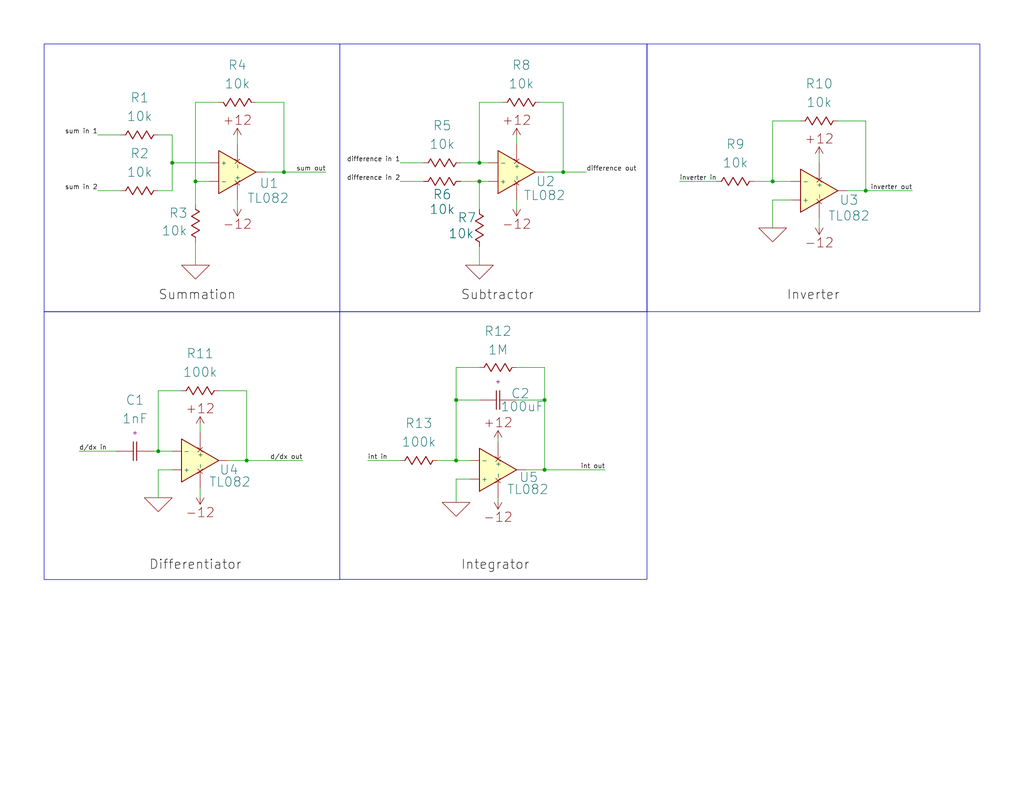
<source format=kicad_sch>
(kicad_sch (version 20250114) (generator "eeschema") (generator_version "9.0")
  (paper "USLetter")
  (title_block (title "Analog Computer v1 Modules"))
  (lib_symbols
    (symbol "PCM_Generic:C,IEC" (pin_numbers (hide yes)) (pin_names (offset 0) (hide yes))
      (property "Reference" "C" (at 2.54 2.54 0))
      (property "Value" "C,IEC" (at 2.54 -2.54 0))
      (property "Indicator" "+" (at -2.54 2.54 0))
      (symbol "C,IEC_1_1"
        (polyline (pts (xy -2.54 0.4572) (xy 2.54 0.4572)) (stroke (width 0.254)))
        (polyline (pts (xy -2.54 -0.4572) (xy 2.54 -0.4572)) (stroke (width 0.254)))
        (pin passive line (at 0 5.08 270) (length 4.6228) (name "+") (number "1"))
        (pin passive line (at 0 -5.08 90) (length 4.6228) (name "-") (number "2"))
      )
    )
    (symbol "PCM_Generic:P,+12" (power) (pin_numbers (hide yes)) (pin_names (offset 1.27) (hide yes))
      (symbol "P,+12_1_1"
        (polyline (pts (xy -1.0668 0) (xy 0 1.8288) (xy 1.0668 0)))
        (polyline (pts (xy 0 0) (xy 0 1.8288)))
        (text "+12" (at 0 2.54 0) (effects (font (size 2.54 2.54)) (justify bottom)))
        (pin power_in line (at 0 0 0) (length 0) (hide yes) (name "+10") (number "0"))
      )
    )
    (symbol "PCM_Generic:P,-12" (power) (pin_numbers (hide yes)) (pin_names (offset 1.27) (hide yes))
      (symbol "P,-12_1_1"
        (polyline (pts (xy -1.0668 0) (xy 0 -1.8288) (xy 1.0668 0)))
        (polyline (pts (xy 0 0) (xy 0 -1.8288)))
        (text "-12" (at 0 -2.54 0) (effects (font (size 2.54 2.54)) (justify top)))
        (pin power_in line (at 0 0 0) (length 0) (hide yes) (name "-12") (number "0"))
      )
    )
    (symbol "PCM_Generic:P,GND" (power) (pin_numbers (hide yes)) (pin_names (offset 3.81))
      (symbol "P,GND_1_1"
        (polyline (pts (xy 0 -3.81) (xy 3.81 0) (xy -3.81 0) (xy 0 -3.81)))
        (pin power_in line (at 0 0 0) (length 0) (hide yes) (name "GND") (number "0"))
      )
    )
    (symbol "PCM_Generic:R,IEEE" (pin_numbers (hide yes)) (pin_names (offset 0) (hide yes))
      (property "Reference" "R" (at 2.54 2.54 0))
      (property "Value" "R,IEEE" (at 2.54 -2.54 0))
      (symbol "R,IEEE_1_1"
        (polyline (pts (xy 0 3.81) (xy 1.0922 3.175) (xy -1.0922 1.905) (xy 1.0922 0.635) (xy -1.0922 -0.635) (xy 1.0922 -1.905) (xy -1.0922 -3.175) (xy 0 -3.81)) (stroke (width 0.254)))
        (pin passive line (at 0 5.08 270) (length 1.27) (name "+") (number "1"))
        (pin passive line (at 0 -5.08 90) (length 1.27) (name "-") (number "2"))
      )
    )
    (symbol "PCM_Generic:X-opamp,IEEE" (pin_numbers (hide yes))
      (property "Reference" "U" (at 6.35 3.81 0))
      (property "Value" "${SIM.PARAMS}" (at 6.35 -3.81 0))
      (symbol "X-opamp,IEEE_1_1"
        (polyline (pts (xy 5.08 0) (xy -5.08 5.8674) (xy -5.08 -5.8674) (xy 5.08 0)) (stroke (width 0.254)) (fill (type background)))
        (pin input line (at -7.62 2.54 0) (length 2.54) (name "-") (number "2"))
        (pin input line (at -7.62 -2.54 0) (length 2.54) (name "+") (number "1"))
        (pin power_in non_logic (at 0 7.62 270) (length 4.6736) (name "+") (number "3"))
        (pin power_in non_logic (at 0 -7.62 90) (length 4.6736) (name "-") (number "4"))
        (pin output line (at 7.62 0 180) (length 2.54) (name "OUT") (number "5"))
      )
    )
  )
  (rectangle (start 92.71 11.9978) (end 176.53 85.09))
  (rectangle (start 12.0413 11.9973) (end 92.71 85.09))
  (rectangle (start 12.0325 85.0948) (end 92.7012 158.2326))
  (rectangle (start 92.71 85.09) (end 176.53 158.1822))
  (rectangle (start 176.53 12.0052) (end 267.3597 85.09))
  (junction (at 130.81 44.45))
  (junction (at 43.18 123.19))
  (junction (at 77.47 46.99))
  (junction (at 148.59 128.27))
  (junction (at 210.82 49.53))
  (junction (at 46.99 44.45))
  (junction (at 236.22 52.07))
  (junction (at 130.81 49.53))
  (junction (at 53.34 49.53))
  (junction (at 124.46 125.73))
  (junction (at 153.67 46.99))
  (junction (at 124.46 109.22))
  (junction (at 148.59 109.22))
  (junction (at 67.31 125.73))
  (wire (pts (xy 62.23 125.73) (xy 67.31 125.73)))
  (wire (pts (xy 135.89 119.38) (xy 135.89 120.65)))
  (wire (pts (xy 143.51 128.27) (xy 148.59 128.27)))
  (wire (pts (xy 72.39 46.99) (xy 77.47 46.99)))
  (wire (pts (xy 49.53 106.68) (xy 43.18 106.68)))
  (wire (pts (xy 130.81 27.94) (xy 130.81 44.45)))
  (wire (pts (xy 119.38 125.73) (xy 124.46 125.73)))
  (wire (pts (xy 69.85 27.94) (xy 77.47 27.94)))
  (wire (pts (xy 231.14 52.07) (xy 236.22 52.07)))
  (wire (pts (xy 130.81 67.31) (xy 130.81 72.39)))
  (wire (pts (xy 67.31 106.68) (xy 67.31 125.73)))
  (wire (pts (xy 59.69 106.68) (xy 67.31 106.68)))
  (wire (pts (xy 236.22 52.07) (xy 248.92 52.07)))
  (wire (pts (xy 46.99 36.83) (xy 46.99 44.45)))
  (wire (pts (xy 140.97 54.61) (xy 140.97 57.15)))
  (wire (pts (xy 100.33 125.73) (xy 109.22 125.73)))
  (wire (pts (xy 46.99 44.45) (xy 57.15 44.45)))
  (wire (pts (xy 130.81 44.45) (xy 133.35 44.45)))
  (wire (pts (xy 43.18 123.19) (xy 46.99 123.19)))
  (wire (pts (xy 64.77 54.61) (xy 64.77 57.15)))
  (wire (pts (xy 130.81 100.33) (xy 124.46 100.33)))
  (wire (pts (xy 130.81 49.53) (xy 130.81 57.15)))
  (wire (pts (xy 228.6 33.02) (xy 236.22 33.02)))
  (wire (pts (xy 148.59 128.27) (xy 165.1 128.27)))
  (wire (pts (xy 140.97 109.22) (xy 148.59 109.22)))
  (wire (pts (xy 53.34 27.94) (xy 53.34 49.53)))
  (wire (pts (xy 140.97 36.83) (xy 140.97 39.37)))
  (wire (pts (xy 128.27 130.81) (xy 124.46 130.81)))
  (wire (pts (xy 26.67 52.07) (xy 33.02 52.07)))
  (wire (pts (xy 54.61 115.57) (xy 54.61 118.11)))
  (wire (pts (xy 77.47 46.99) (xy 88.9 46.99)))
  (wire (pts (xy 53.34 55.88) (xy 53.34 49.53)))
  (wire (pts (xy 153.67 27.94) (xy 153.67 46.99)))
  (wire (pts (xy 43.18 106.68) (xy 43.18 123.19)))
  (wire (pts (xy 210.82 54.61) (xy 210.82 62.23)))
  (wire (pts (xy 124.46 109.22) (xy 124.46 125.73)))
  (wire (pts (xy 215.9 54.61) (xy 210.82 54.61)))
  (wire (pts (xy 125.73 49.53) (xy 130.81 49.53)))
  (wire (pts (xy 67.31 125.73) (xy 82.55 125.73)))
  (wire (pts (xy 148.59 100.33) (xy 148.59 109.22)))
  (wire (pts (xy 77.47 27.94) (xy 77.47 46.99)))
  (wire (pts (xy 26.67 36.83) (xy 33.02 36.83)))
  (wire (pts (xy 109.22 44.45) (xy 115.57 44.45)))
  (wire (pts (xy 137.16 27.94) (xy 130.81 27.94)))
  (wire (pts (xy 140.97 100.33) (xy 148.59 100.33)))
  (wire (pts (xy 53.34 49.53) (xy 57.15 49.53)))
  (wire (pts (xy 218.44 33.02) (xy 210.82 33.02)))
  (wire (pts (xy 223.52 41.91) (xy 223.52 44.45)))
  (wire (pts (xy 210.82 49.53) (xy 215.9 49.53)))
  (wire (pts (xy 43.18 128.27) (xy 43.18 135.89)))
  (wire (pts (xy 43.18 36.83) (xy 46.99 36.83)))
  (wire (pts (xy 148.59 109.22) (xy 148.59 128.27)))
  (wire (pts (xy 124.46 125.73) (xy 128.27 125.73)))
  (wire (pts (xy 43.18 52.07) (xy 46.99 52.07)))
  (wire (pts (xy 210.82 33.02) (xy 210.82 49.53)))
  (wire (pts (xy 64.77 36.83) (xy 64.77 39.37)))
  (wire (pts (xy 236.22 33.02) (xy 236.22 52.07)))
  (wire (pts (xy 185.42 49.53) (xy 195.58 49.53)))
  (wire (pts (xy 124.46 100.33) (xy 124.46 109.22)))
  (wire (pts (xy 125.73 44.45) (xy 130.81 44.45)))
  (wire (pts (xy 147.32 27.94) (xy 153.67 27.94)))
  (wire (pts (xy 46.99 52.07) (xy 46.99 44.45)))
  (wire (pts (xy 124.46 130.81) (xy 124.46 137.16)))
  (wire (pts (xy 54.61 133.35) (xy 54.61 135.89)))
  (wire (pts (xy 130.81 109.22) (xy 124.46 109.22)))
  (wire (pts (xy 21.59 123.19) (xy 31.75 123.19)))
  (wire (pts (xy 130.81 49.53) (xy 133.35 49.53)))
  (wire (pts (xy 41.91 123.19) (xy 43.18 123.19)))
  (wire (pts (xy 205.74 49.53) (xy 210.82 49.53)))
  (wire (pts (xy 53.34 66.04) (xy 53.34 72.39)))
  (wire (pts (xy 223.52 59.69) (xy 223.52 62.23)))
  (wire (pts (xy 153.67 46.99) (xy 160.02 46.99)))
  (wire (pts (xy 46.99 128.27) (xy 43.18 128.27)))
  (wire (pts (xy 59.69 27.94) (xy 53.34 27.94)))
  (wire (pts (xy 135.89 135.89) (xy 135.89 137.16)))
  (wire (pts (xy 109.22 49.53) (xy 115.57 49.53)))
  (wire (pts (xy 148.59 46.99) (xy 153.67 46.99)))
  (label "d{slash}dx out" (at 82.55 125.73 180))
  (label "Summation" (at 43.18 82.55 0) (effects (font (size 2.54 2.54))))
  (label "difference in 2" (at 109.22 49.53 180))
  (label "sum in 1" (at 26.67 36.83 180))
  (label "inverter in" (at 185.42 49.53 0))
  (label "Subtractor" (at 125.73 82.55 0) (effects (font (size 2.54 2.54))))
  (label "int in" (at 100.33 125.73 0))
  (label "d{slash}dx in" (at 21.59 123.19 0))
  (label "int out" (at 165.1 128.27 180))
  (label "difference in 1" (at 109.22 44.45 180))
  (label "sum out" (at 88.9 46.99 180))
  (label "Integrator" (at 125.73 156.21 0) (effects (font (size 2.54 2.54))))
  (label "inverter out" (at 248.92 52.07 180))
  (label "sum in 2" (at 26.67 52.07 180))
  (label "difference out" (at 160.02 46.99 0))
  (label "Inverter" (at 214.63 82.55 0) (effects (font (size 2.54 2.54))))
  (label "Differentiator" (at 40.64 156.21 0) (effects (font (size 2.54 2.54))))
  (symbol (lib_id "PCM_Generic:P,GND") (at 130.81 72.39 0) (unit 1)
    (property "Reference" "#PWR04" (effects (hide yes)))
    (property "Value" "P,GND" (effects (hide yes)))
    (property "Description" "compatibility ground/earth; protective (equipotential) bonding (PB); equipotentiality" (effects (hide yes)))
  )
  (symbol (lib_id "PCM_Generic:R,IEEE") (at 120.65 49.53 270) (unit 1)
    (property "Reference" "R6" (at 120.65 53.086 90) (effects (font (size 2.54 2.54))))
    (property "Value" "10k" (at 120.65 57.15 90) (effects (font (size 2.54 2.54))))
    (property "Description" "resistor (IEEE zigzag)" (effects (hide yes)))
    (property "Indicator" "+" (effects (hide yes)))
  )
  (symbol (lib_id "PCM_Generic:X-opamp,IEEE") (at 135.89 128.27 0) (unit 1)
    (property "Reference" "U5" (at 144.272 130.302 0) (effects (font (size 2.54 2.54))))
    (property "Value" "TL082" (at 144.018 133.604 0) (effects (font (size 2.54 2.54))))
    (property "Description" "operational amplifier (opamp); voltage comparator (IEEE triangle)" (effects (hide yes)))
    (property "Sim.Pins" "1=1 2=2 3=3 4=4 5=5" (effects (hide yes)))
    (property "Sim.Device" "SPICE" (effects (hide yes)))
    (property "Sim.Params" "type=\"X\" model=\"X-opamp,IEEE\" lib=\"\"" (effects (hide yes)))
  )
  (symbol (lib_id "PCM_Generic:R,IEEE") (at 130.81 62.23 0) (unit 1)
    (property "Reference" "R7" (at 124.714 59.436 0) (effects (font (size 2.54 2.54)) (justify left)))
    (property "Value" "10k" (at 122.174 63.754 0) (effects (font (size 2.54 2.54)) (justify left)))
    (property "Description" "resistor (IEEE zigzag)" (effects (hide yes)))
    (property "Indicator" "+" (effects (hide yes)))
  )
  (symbol (lib_id "PCM_Generic:X-opamp,IEEE") (at 54.61 125.73 0) (unit 1)
    (property "Reference" "U4" (at 62.484 128.27 0) (effects (font (size 2.54 2.54))))
    (property "Value" "TL082" (at 62.738 131.572 0) (effects (font (size 2.54 2.54))))
    (property "Description" "operational amplifier (opamp); voltage comparator (IEEE triangle)" (effects (hide yes)))
    (property "Sim.Pins" "1=1 2=2 3=3 4=4 5=5" (effects (hide yes)))
    (property "Sim.Device" "SPICE" (effects (hide yes)))
    (property "Sim.Params" "type=\"X\" model=\"X-opamp,IEEE\" lib=\"\"" (effects (hide yes)))
  )
  (symbol (lib_id "PCM_Generic:C,IEC") (at 36.83 123.19 90) (unit 1)
    (property "Reference" "C1" (at 36.83 109.22 90) (effects (font (size 2.54 2.54))))
    (property "Value" "1nF" (at 36.83 114.3 90) (effects (font (size 2.54 2.54))))
    (property "Description" "capacitor, non-polarized/polar(ized)/bipolar (IEC)" (effects (hide yes)))
    (property "Indicator" "+" (at 36.83 118.11 90))
  )
  (symbol (lib_id "PCM_Generic:X-opamp,IEEE") (at 140.97 46.99 0) (unit 1)
    (property "Reference" "U2" (at 148.844 49.53 0) (effects (font (size 2.54 2.54))))
    (property "Value" "TL082" (at 148.59 53.34 0) (effects (font (size 2.54 2.54))))
    (property "Description" "operational amplifier (opamp); voltage comparator (IEEE triangle)" (effects (hide yes)))
    (property "Sim.Pins" "1=1 2=2 3=3 4=4 5=5" (effects (hide yes)))
    (property "Sim.Device" "SPICE" (effects (hide yes)))
    (property "Sim.Params" "type=\"X\" model=\"X-opamp,IEEE\" lib=\"\"" (effects (hide yes)))
  )
  (symbol (lib_id "PCM_Generic:P,-12") (at 64.77 57.15 0) (unit 1)
    (property "Reference" "#PWR03" (effects (hide yes)))
    (property "Value" "P,-12" (effects (hide yes)))
    (property "Description" "-12 negative potential/voltage (global DC power supply node)" (effects (hide yes)))
  )
  (symbol (lib_id "PCM_Generic:P,GND") (at 53.34 72.39 0) (unit 1)
    (property "Reference" "#PWR01" (effects (hide yes)))
    (property "Value" "P,GND" (effects (hide yes)))
    (property "Description" "compatibility ground/earth; protective (equipotential) bonding (PB); equipotentiality" (effects (hide yes)))
  )
  (symbol (lib_id "PCM_Generic:P,-12") (at 223.52 62.23 0) (unit 1)
    (property "Reference" "#PWR08" (effects (hide yes)))
    (property "Value" "P,-12" (effects (hide yes)))
    (property "Description" "-12 negative potential/voltage (global DC power supply node)" (effects (hide yes)))
  )
  (symbol (lib_id "PCM_Generic:R,IEEE") (at 54.61 106.68 90) (unit 1)
    (property "Reference" "R11" (at 54.61 96.52 90) (effects (font (size 2.54 2.54))))
    (property "Value" "100k" (at 54.61 101.6 90) (effects (font (size 2.54 2.54))))
    (property "Description" "resistor (IEEE zigzag)" (effects (hide yes)))
    (property "Indicator" "+" (effects (hide yes)))
  )
  (symbol (lib_id "PCM_Generic:R,IEEE") (at 223.52 33.02 90) (unit 1)
    (property "Reference" "R10" (at 223.52 22.86 90) (effects (font (size 2.54 2.54))))
    (property "Value" "10k" (at 223.52 27.94 90) (effects (font (size 2.54 2.54))))
    (property "Description" "resistor (IEEE zigzag)" (effects (hide yes)))
    (property "Indicator" "+" (effects (hide yes)))
  )
  (symbol (lib_id "PCM_Generic:P,GND") (at 124.46 137.16 0) (unit 1)
    (property "Reference" "#PWR015" (effects (hide yes)))
    (property "Value" "P,GND" (effects (hide yes)))
    (property "Description" "compatibility ground/earth; protective (equipotential) bonding (PB); equipotentiality" (effects (hide yes)))
  )
  (symbol (lib_id "PCM_Generic:P,-12") (at 140.97 57.15 0) (unit 1)
    (property "Reference" "#PWR06" (effects (hide yes)))
    (property "Value" "P,-12" (effects (hide yes)))
    (property "Description" "-12 negative potential/voltage (global DC power supply node)" (effects (hide yes)))
  )
  (symbol (lib_id "PCM_Generic:P,+12") (at 54.61 115.57 0) (unit 1)
    (property "Reference" "#PWR011" (effects (hide yes)))
    (property "Value" "P,+12" (effects (hide yes)))
    (property "Description" "+12 positive potential/voltage (global DC power supply node)" (effects (hide yes)))
  )
  (symbol (lib_id "PCM_Generic:P,+12") (at 140.97 36.83 0) (mirror y) (unit 1)
    (property "Reference" "#PWR05" (effects (hide yes)))
    (property "Value" "P,+12" (effects (hide yes)))
    (property "Description" "+12 positive potential/voltage (global DC power supply node)" (effects (hide yes)))
  )
  (symbol (lib_id "PCM_Generic:R,IEEE") (at 200.66 49.53 90) (unit 1)
    (property "Reference" "R9" (at 200.66 39.37 90) (effects (font (size 2.54 2.54))))
    (property "Value" "10k" (at 200.66 44.45 90) (effects (font (size 2.54 2.54))))
    (property "Description" "resistor (IEEE zigzag)" (effects (hide yes)))
    (property "Indicator" "+" (effects (hide yes)))
  )
  (symbol (lib_id "PCM_Generic:R,IEEE") (at 120.65 44.45 90) (unit 1)
    (property "Reference" "R5" (at 120.65 34.29 90) (effects (font (size 2.54 2.54))))
    (property "Value" "10k" (at 120.65 39.37 90) (effects (font (size 2.54 2.54))))
    (property "Description" "resistor (IEEE zigzag)" (effects (hide yes)))
    (property "Indicator" "+" (effects (hide yes)))
  )
  (symbol (lib_id "PCM_Generic:R,IEEE") (at 53.34 60.96 0) (unit 1)
    (property "Reference" "R3" (at 45.974 58.166 0) (effects (font (size 2.54 2.54)) (justify left)))
    (property "Value" "10k" (at 43.942 62.992 0) (effects (font (size 2.54 2.54)) (justify left)))
    (property "Description" "resistor (IEEE zigzag)" (effects (hide yes)))
    (property "Indicator" "+" (effects (hide yes)))
  )
  (symbol (lib_id "PCM_Generic:R,IEEE") (at 38.1 52.07 90) (unit 1)
    (property "Reference" "R2" (at 38.1 41.91 90) (effects (font (size 2.54 2.54))))
    (property "Value" "10k" (at 38.1 46.99 90) (effects (font (size 2.54 2.54))))
    (property "Description" "resistor (IEEE zigzag)" (effects (hide yes)))
    (property "Indicator" "+" (effects (hide yes)))
  )
  (symbol (lib_id "PCM_Generic:P,GND") (at 43.18 135.89 0) (unit 1)
    (property "Reference" "#PWR010" (effects (hide yes)))
    (property "Value" "P,GND" (effects (hide yes)))
    (property "Description" "compatibility ground/earth; protective (equipotential) bonding (PB); equipotentiality" (effects (hide yes)))
  )
  (symbol (lib_id "PCM_Generic:P,GND") (at 210.82 62.23 0) (unit 1)
    (property "Reference" "#PWR09" (effects (hide yes)))
    (property "Value" "P,GND" (effects (hide yes)))
    (property "Description" "compatibility ground/earth; protective (equipotential) bonding (PB); equipotentiality" (effects (hide yes)))
  )
  (symbol (lib_id "PCM_Generic:X-opamp,IEEE") (at 64.77 46.99 0) (mirror x) (unit 1)
    (property "Reference" "U1" (at 73.406 50.038 0) (effects (font (size 2.54 2.54))))
    (property "Value" "TL082" (at 73.152 54.102 0) (effects (font (size 2.54 2.54))))
    (property "Description" "operational amplifier (opamp); voltage comparator (IEEE triangle)" (effects (hide yes)))
    (property "Sim.Pins" "1=1 2=2 3=3 4=4 5=5" (effects (hide yes)))
    (property "Sim.Device" "SPICE" (effects (hide yes)))
    (property "Sim.Params" "type=\"X\" model=\"X-opamp,IEEE\" lib=\"\"" (effects (hide yes)))
  )
  (symbol (lib_id "PCM_Generic:R,IEEE") (at 64.77 27.94 270) (mirror x) (unit 1)
    (property "Reference" "R4" (at 64.77 17.78 90) (effects (font (size 2.54 2.54))))
    (property "Value" "10k" (at 64.77 22.86 90) (effects (font (size 2.54 2.54))))
    (property "Description" "resistor (IEEE zigzag)" (effects (hide yes)))
    (property "Indicator" "+" (effects (hide yes)))
  )
  (symbol (lib_id "PCM_Generic:X-opamp,IEEE") (at 223.52 52.07 0) (unit 1)
    (property "Reference" "U3" (at 231.648 54.61 0) (effects (font (size 2.54 2.54))))
    (property "Value" "TL082" (at 231.648 58.928 0) (effects (font (size 2.54 2.54))))
    (property "Description" "operational amplifier (opamp); voltage comparator (IEEE triangle)" (effects (hide yes)))
    (property "Sim.Pins" "1=1 2=2 3=3 4=4 5=5" (effects (hide yes)))
    (property "Sim.Device" "SPICE" (effects (hide yes)))
    (property "Sim.Params" "type=\"X\" model=\"X-opamp,IEEE\" lib=\"\"" (effects (hide yes)))
  )
  (symbol (lib_id "PCM_Generic:P,-12") (at 54.61 135.89 0) (unit 1)
    (property "Reference" "#PWR012" (effects (hide yes)))
    (property "Value" "P,-12" (effects (hide yes)))
    (property "Description" "-12 negative potential/voltage (global DC power supply node)" (effects (hide yes)))
  )
  (symbol (lib_id "PCM_Generic:P,+12") (at 223.52 41.91 0) (mirror y) (unit 1)
    (property "Reference" "#PWR07" (effects (hide yes)))
    (property "Value" "P,+12" (effects (hide yes)))
    (property "Description" "+12 positive potential/voltage (global DC power supply node)" (effects (hide yes)))
  )
  (symbol (lib_id "PCM_Generic:P,+12") (at 64.77 36.83 0) (unit 1)
    (property "Reference" "#PWR02" (effects (hide yes)))
    (property "Value" "P,+12" (effects (hide yes)))
    (property "Description" "+12 positive potential/voltage (global DC power supply node)" (effects (hide yes)))
  )
  (symbol (lib_id "PCM_Generic:R,IEEE") (at 142.24 27.94 90) (unit 1)
    (property "Reference" "R8" (at 142.24 17.78 90) (effects (font (size 2.54 2.54))))
    (property "Value" "10k" (at 142.24 22.86 90) (effects (font (size 2.54 2.54))))
    (property "Description" "resistor (IEEE zigzag)" (effects (hide yes)))
    (property "Indicator" "+" (effects (hide yes)))
  )
  (symbol (lib_id "PCM_Generic:P,-12") (at 135.89 137.16 0) (unit 1)
    (property "Reference" "#PWR014" (effects (hide yes)))
    (property "Value" "P,-12" (effects (hide yes)))
    (property "Description" "-12 negative potential/voltage (global DC power supply node)" (effects (hide yes)))
  )
  (symbol (lib_id "PCM_Generic:R,IEEE") (at 135.89 100.33 90) (unit 1)
    (property "Reference" "R12" (at 135.89 90.424 90) (effects (font (size 2.54 2.54))))
    (property "Value" "1M" (at 135.89 95.504 90) (effects (font (size 2.54 2.54))))
    (property "Description" "resistor (IEEE zigzag)" (effects (hide yes)))
    (property "Indicator" "+" (effects (hide yes)))
  )
  (symbol (lib_id "PCM_Generic:P,+12") (at 135.89 119.38 0) (unit 1)
    (property "Reference" "#PWR013" (effects (hide yes)))
    (property "Value" "P,+12" (effects (hide yes)))
    (property "Description" "+12 positive potential/voltage (global DC power supply node)" (effects (hide yes)))
  )
  (symbol (lib_id "PCM_Generic:C,IEC") (at 135.89 109.22 270) (unit 1)
    (property "Reference" "C2" (at 141.986 107.442 90) (effects (font (size 2.54 2.54))))
    (property "Value" "100uF" (at 142.494 110.998 90) (effects (font (size 2.54 2.54))))
    (property "Description" "capacitor, non-polarized/polar(ized)/bipolar (IEC)" (effects (hide yes)))
    (property "Indicator" "+" (at 135.89 104.14 90))
  )
  (symbol (lib_id "PCM_Generic:R,IEEE") (at 38.1 36.83 90) (unit 1)
    (property "Reference" "R1" (at 38.1 26.67 90) (effects (font (size 2.54 2.54))))
    (property "Value" "10k" (at 38.1 31.75 90) (effects (font (size 2.54 2.54))))
    (property "Description" "resistor (IEEE zigzag)" (effects (hide yes)))
    (property "Indicator" "+" (effects (hide yes)))
  )
  (symbol (lib_id "PCM_Generic:R,IEEE") (at 114.3 125.73 90) (unit 1)
    (property "Reference" "R13" (at 114.3 115.57 90) (effects (font (size 2.54 2.54))))
    (property "Value" "100k" (at 114.3 120.65 90) (effects (font (size 2.54 2.54))))
    (property "Description" "resistor (IEEE zigzag)" (effects (hide yes)))
    (property "Indicator" "+" (effects (hide yes)))
  )
)
</source>
